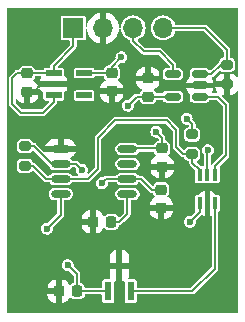
<source format=gbr>
G04 #@! TF.GenerationSoftware,KiCad,Pcbnew,8.0.1*
G04 #@! TF.CreationDate,2025-02-25T23:30:01-07:00*
G04 #@! TF.ProjectId,Temperature_Flex,54656d70-6572-4617-9475-72655f466c65,rev?*
G04 #@! TF.SameCoordinates,Original*
G04 #@! TF.FileFunction,Copper,L1,Top*
G04 #@! TF.FilePolarity,Positive*
%FSLAX46Y46*%
G04 Gerber Fmt 4.6, Leading zero omitted, Abs format (unit mm)*
G04 Created by KiCad (PCBNEW 8.0.1) date 2025-02-25 23:30:01*
%MOMM*%
%LPD*%
G01*
G04 APERTURE LIST*
G04 Aperture macros list*
%AMRoundRect*
0 Rectangle with rounded corners*
0 $1 Rounding radius*
0 $2 $3 $4 $5 $6 $7 $8 $9 X,Y pos of 4 corners*
0 Add a 4 corners polygon primitive as box body*
4,1,4,$2,$3,$4,$5,$6,$7,$8,$9,$2,$3,0*
0 Add four circle primitives for the rounded corners*
1,1,$1+$1,$2,$3*
1,1,$1+$1,$4,$5*
1,1,$1+$1,$6,$7*
1,1,$1+$1,$8,$9*
0 Add four rect primitives between the rounded corners*
20,1,$1+$1,$2,$3,$4,$5,0*
20,1,$1+$1,$4,$5,$6,$7,0*
20,1,$1+$1,$6,$7,$8,$9,0*
20,1,$1+$1,$8,$9,$2,$3,0*%
G04 Aperture macros list end*
G04 #@! TA.AperFunction,SMDPad,CuDef*
%ADD10R,0.449999X1.050000*%
G04 #@! TD*
G04 #@! TA.AperFunction,SMDPad,CuDef*
%ADD11RoundRect,0.225000X-0.250000X0.225000X-0.250000X-0.225000X0.250000X-0.225000X0.250000X0.225000X0*%
G04 #@! TD*
G04 #@! TA.AperFunction,SMDPad,CuDef*
%ADD12R,0.609600X1.625600*%
G04 #@! TD*
G04 #@! TA.AperFunction,SMDPad,CuDef*
%ADD13RoundRect,0.200000X-0.275000X0.200000X-0.275000X-0.200000X0.275000X-0.200000X0.275000X0.200000X0*%
G04 #@! TD*
G04 #@! TA.AperFunction,SMDPad,CuDef*
%ADD14RoundRect,0.225000X-0.225000X-0.250000X0.225000X-0.250000X0.225000X0.250000X-0.225000X0.250000X0*%
G04 #@! TD*
G04 #@! TA.AperFunction,SMDPad,CuDef*
%ADD15O,1.649999X0.650001*%
G04 #@! TD*
G04 #@! TA.AperFunction,SMDPad,CuDef*
%ADD16RoundRect,0.200000X0.275000X-0.200000X0.275000X0.200000X-0.275000X0.200000X-0.275000X-0.200000X0*%
G04 #@! TD*
G04 #@! TA.AperFunction,SMDPad,CuDef*
%ADD17R,1.320800X0.508000*%
G04 #@! TD*
G04 #@! TA.AperFunction,SMDPad,CuDef*
%ADD18RoundRect,0.225000X0.250000X-0.225000X0.250000X0.225000X-0.250000X0.225000X-0.250000X-0.225000X0*%
G04 #@! TD*
G04 #@! TA.AperFunction,ComponentPad*
%ADD19R,1.700000X1.700000*%
G04 #@! TD*
G04 #@! TA.AperFunction,ComponentPad*
%ADD20O,1.700000X1.700000*%
G04 #@! TD*
G04 #@! TA.AperFunction,SMDPad,CuDef*
%ADD21RoundRect,0.150000X0.512500X0.150000X-0.512500X0.150000X-0.512500X-0.150000X0.512500X-0.150000X0*%
G04 #@! TD*
G04 #@! TA.AperFunction,ViaPad*
%ADD22C,0.600000*%
G04 #@! TD*
G04 #@! TA.AperFunction,Conductor*
%ADD23C,0.152400*%
G04 #@! TD*
G04 APERTURE END LIST*
D10*
X198080000Y-67120001D03*
X198730001Y-67120001D03*
X199380000Y-67120001D03*
X199380000Y-64670001D03*
X198730001Y-64670001D03*
X198080000Y-64670001D03*
D11*
X190640000Y-56080000D03*
X190640000Y-57630000D03*
D12*
X190340040Y-74540000D03*
X192239960Y-74540000D03*
X191290000Y-72406400D03*
D13*
X183280000Y-62270000D03*
X183280000Y-63920000D03*
D14*
X186150000Y-74550000D03*
X187700000Y-74550000D03*
D15*
X186320000Y-62490000D03*
X186320000Y-63760000D03*
X186320000Y-65030000D03*
X186320000Y-66300000D03*
X191969999Y-66300000D03*
X191969999Y-65030000D03*
X191969999Y-63760000D03*
X191969999Y-62490000D03*
D16*
X200400000Y-57020000D03*
X200400000Y-55370000D03*
D13*
X197460000Y-61280000D03*
X197460000Y-62930000D03*
D17*
X185720000Y-56070000D03*
X185720000Y-57020001D03*
X185720000Y-57970002D03*
X188310800Y-57970002D03*
X188310800Y-56070000D03*
D18*
X194830000Y-67490000D03*
X194830000Y-65940000D03*
D11*
X193700000Y-56540000D03*
X193700000Y-58090000D03*
D19*
X187380000Y-52260000D03*
D20*
X189920000Y-52260000D03*
X192460000Y-52260000D03*
X195000000Y-52260000D03*
D21*
X198095000Y-58080000D03*
X198095000Y-57130000D03*
X198095000Y-56180000D03*
X195820000Y-56180000D03*
X195820000Y-58080000D03*
D11*
X194910000Y-62460000D03*
X194910000Y-64010000D03*
D14*
X189050000Y-68680000D03*
X190600000Y-68680000D03*
D11*
X183460000Y-56110000D03*
X183460000Y-57660000D03*
D22*
X197280000Y-68670000D03*
X185150000Y-69250000D03*
X196980000Y-59940000D03*
X194410000Y-61040000D03*
X198780000Y-62600000D03*
X186900000Y-72330000D03*
X192000000Y-58840000D03*
X191460000Y-54740000D03*
X188130000Y-64280000D03*
X189800000Y-65410000D03*
D23*
X182220000Y-56480000D02*
X182590000Y-56110000D01*
X182590000Y-56110000D02*
X183460000Y-56110000D01*
X182930000Y-59440000D02*
X182220000Y-58730000D01*
X182220000Y-58730000D02*
X182220000Y-56480000D01*
X185720000Y-58560000D02*
X184840000Y-59440000D01*
X184840000Y-59440000D02*
X182930000Y-59440000D01*
X185720000Y-57970002D02*
X185720000Y-58560000D01*
X193380000Y-54250000D02*
X192460000Y-53330000D01*
X192460000Y-53330000D02*
X192460000Y-52260000D01*
X194710000Y-54250000D02*
X193380000Y-54250000D01*
X195820000Y-55360000D02*
X194710000Y-54250000D01*
X195820000Y-56180000D02*
X195820000Y-55360000D01*
X192790000Y-52260000D02*
X192460000Y-52260000D01*
X198520000Y-52260000D02*
X195000000Y-52260000D01*
X200400000Y-54140000D02*
X198520000Y-52260000D01*
X200400000Y-55370000D02*
X200400000Y-54140000D01*
X199860000Y-55370000D02*
X200400000Y-55370000D01*
X199050000Y-56180000D02*
X199860000Y-55370000D01*
X198095000Y-56180000D02*
X199050000Y-56180000D01*
X183460000Y-57660000D02*
X184040000Y-57660000D01*
X184040000Y-57660000D02*
X184679999Y-57020001D01*
X184679999Y-57020001D02*
X185720000Y-57020001D01*
X185720000Y-56070000D02*
X185620000Y-56070000D01*
X185720000Y-56070000D02*
X185720000Y-55460000D01*
X185620000Y-56070000D02*
X185610000Y-56080000D01*
X186319198Y-55910000D02*
X186329200Y-55899998D01*
X185720000Y-55460000D02*
X187380000Y-53800000D01*
X183500000Y-56070000D02*
X183460000Y-56110000D01*
X185720000Y-56070000D02*
X183500000Y-56070000D01*
X187380000Y-53800000D02*
X187380000Y-52260000D01*
X197460000Y-61280000D02*
X197460000Y-60420000D01*
X186320000Y-68080000D02*
X185150000Y-69250000D01*
X188310800Y-56070000D02*
X190630000Y-56070000D01*
X193700000Y-58090000D02*
X192750000Y-58090000D01*
X186900000Y-72330000D02*
X187700000Y-73130000D01*
X192750000Y-58090000D02*
X192000000Y-58840000D01*
X198080000Y-67870000D02*
X198080000Y-67020001D01*
X190640000Y-55560000D02*
X191460000Y-54740000D01*
X195820000Y-58080000D02*
X193710000Y-58080000D01*
X186290000Y-66330000D02*
X186320000Y-66300000D01*
X191999999Y-62460000D02*
X191969999Y-62490000D01*
X194910000Y-61540000D02*
X194410000Y-61040000D01*
X195820000Y-58080000D02*
X195740000Y-58080000D01*
X187710000Y-74540000D02*
X187700000Y-74550000D01*
X195740000Y-58080000D02*
X195510000Y-57850000D01*
X192019999Y-62440000D02*
X191969999Y-62490000D01*
X190340040Y-74540000D02*
X187710000Y-74540000D01*
X197280000Y-68670000D02*
X198080000Y-67870000D01*
X198730001Y-64770000D02*
X198730001Y-62649999D01*
X194910000Y-62460000D02*
X191999999Y-62460000D01*
X186320000Y-66300000D02*
X186320000Y-68080000D01*
X198730001Y-62649999D02*
X198780000Y-62600000D01*
X197460000Y-60420000D02*
X196980000Y-59940000D01*
X190630000Y-56070000D02*
X190640000Y-56080000D01*
X193710000Y-58080000D02*
X193700000Y-58090000D01*
X187700000Y-73130000D02*
X187700000Y-74550000D01*
X194910000Y-62460000D02*
X194910000Y-61540000D01*
X190640000Y-56080000D02*
X190640000Y-55560000D01*
X190600000Y-68680000D02*
X191280000Y-68680000D01*
X191280000Y-68680000D02*
X191969999Y-67990001D01*
X191969999Y-67990001D02*
X191969999Y-66300000D01*
X185540000Y-63760000D02*
X186320000Y-63760000D01*
X194020000Y-65940000D02*
X193110000Y-65030000D01*
X193110000Y-65030000D02*
X191969999Y-65030000D01*
X187610000Y-63760000D02*
X186320000Y-63760000D01*
X188130000Y-64280000D02*
X187610000Y-63760000D01*
X194830000Y-65940000D02*
X194020000Y-65940000D01*
X191969999Y-65030000D02*
X190180000Y-65030000D01*
X184050000Y-62270000D02*
X185540000Y-63760000D01*
X190180000Y-65030000D02*
X189800000Y-65410000D01*
X183280000Y-62270000D02*
X184050000Y-62270000D01*
X185050000Y-65030000D02*
X183940000Y-63920000D01*
X190940000Y-60090000D02*
X189490000Y-61540000D01*
X189490000Y-64180000D02*
X188640000Y-65030000D01*
X197460000Y-62930000D02*
X196680000Y-62930000D01*
X196680000Y-62930000D02*
X196100000Y-62350000D01*
X196100000Y-62350000D02*
X196100000Y-60890000D01*
X188640000Y-65030000D02*
X186320000Y-65030000D01*
X183940000Y-63920000D02*
X183280000Y-63920000D01*
X198080000Y-64770000D02*
X198080000Y-64280000D01*
X196100000Y-60890000D02*
X195300000Y-60090000D01*
X195300000Y-60090000D02*
X190940000Y-60090000D01*
X186320000Y-65030000D02*
X185050000Y-65030000D01*
X198080000Y-64280000D02*
X197460000Y-63660000D01*
X197460000Y-63660000D02*
X197460000Y-62930000D01*
X189490000Y-61540000D02*
X189490000Y-64180000D01*
X199380000Y-72630000D02*
X199380000Y-67020001D01*
X192239960Y-74540000D02*
X197470000Y-74540000D01*
X197470000Y-74540000D02*
X199380000Y-72630000D01*
X199380000Y-63960000D02*
X200330000Y-63010000D01*
X200330000Y-63010000D02*
X200330000Y-58760000D01*
X200330000Y-58760000D02*
X199650000Y-58080000D01*
X199650000Y-58080000D02*
X198095000Y-58080000D01*
X199380000Y-64770000D02*
X199380000Y-63960000D01*
G04 #@! TA.AperFunction,Conductor*
G36*
X184561325Y-57387973D02*
G01*
X184578333Y-57414439D01*
X184616245Y-57516088D01*
X184616246Y-57516089D01*
X184702411Y-57631189D01*
X184817508Y-57717352D01*
X184820558Y-57719017D01*
X184856100Y-57763114D01*
X184859100Y-57783969D01*
X184859100Y-58243750D01*
X184862981Y-58263260D01*
X184870733Y-58302234D01*
X184881391Y-58318184D01*
X184915048Y-58368554D01*
X184959160Y-58398029D01*
X184981367Y-58412868D01*
X184981368Y-58412868D01*
X184981369Y-58412869D01*
X185039852Y-58424502D01*
X185285533Y-58424502D01*
X185337859Y-58446176D01*
X185359533Y-58498502D01*
X185337859Y-58550828D01*
X184747061Y-59141626D01*
X184694735Y-59163300D01*
X183075265Y-59163300D01*
X183022939Y-59141626D01*
X182518374Y-58637061D01*
X182496700Y-58584735D01*
X182496700Y-58370510D01*
X182518374Y-58318184D01*
X182570700Y-58296510D01*
X182623026Y-58318184D01*
X182633683Y-58331662D01*
X182637426Y-58337731D01*
X182757268Y-58457573D01*
X182901517Y-58546547D01*
X183062391Y-58599855D01*
X183161689Y-58609999D01*
X183209999Y-58609998D01*
X183210000Y-58609998D01*
X183210000Y-57910000D01*
X183710000Y-57910000D01*
X183710000Y-58609999D01*
X183758307Y-58609999D01*
X183758312Y-58609998D01*
X183857608Y-58599855D01*
X184018482Y-58546547D01*
X184162731Y-58457573D01*
X184282573Y-58337731D01*
X184371547Y-58193482D01*
X184424855Y-58032608D01*
X184434999Y-57933311D01*
X184435000Y-57933309D01*
X184435000Y-57910000D01*
X183710000Y-57910000D01*
X183210000Y-57910000D01*
X183210000Y-57484000D01*
X183231674Y-57431674D01*
X183284000Y-57410000D01*
X184434999Y-57410000D01*
X184456423Y-57388575D01*
X184456673Y-57387973D01*
X184508999Y-57366299D01*
X184561325Y-57387973D01*
G37*
G04 #@! TD.AperFunction*
G04 #@! TA.AperFunction,Conductor*
G36*
X201347826Y-50592174D02*
G01*
X201369500Y-50644500D01*
X201369500Y-56350312D01*
X201347826Y-56402638D01*
X201295500Y-56424312D01*
X201243174Y-56402638D01*
X201232172Y-56388595D01*
X201230074Y-56385125D01*
X201109874Y-56264925D01*
X200964393Y-56176979D01*
X200802109Y-56126410D01*
X200802099Y-56126408D01*
X200731582Y-56120000D01*
X200650000Y-56120000D01*
X200650000Y-57919999D01*
X200731571Y-57919999D01*
X200731583Y-57919998D01*
X200802102Y-57913591D01*
X200802106Y-57913590D01*
X200964393Y-57863020D01*
X201109874Y-57775074D01*
X201230075Y-57654873D01*
X201232170Y-57651408D01*
X201277786Y-57617838D01*
X201333779Y-57626357D01*
X201367349Y-57671973D01*
X201369500Y-57689687D01*
X201369500Y-76355500D01*
X201347826Y-76407826D01*
X201295500Y-76429500D01*
X181824500Y-76429500D01*
X181772174Y-76407826D01*
X181750500Y-76355500D01*
X181750500Y-74800000D01*
X185200001Y-74800000D01*
X185200001Y-74848312D01*
X185210144Y-74947608D01*
X185263452Y-75108482D01*
X185352426Y-75252731D01*
X185472268Y-75372573D01*
X185616517Y-75461547D01*
X185777391Y-75514855D01*
X185876689Y-75524999D01*
X185900000Y-75524999D01*
X185900000Y-74800000D01*
X185200001Y-74800000D01*
X181750500Y-74800000D01*
X181750500Y-74300000D01*
X185200000Y-74300000D01*
X185900000Y-74300000D01*
X185900000Y-73575000D01*
X185876693Y-73575000D01*
X185876686Y-73575001D01*
X185777391Y-73585144D01*
X185616517Y-73638452D01*
X185472268Y-73727426D01*
X185352426Y-73847268D01*
X185263452Y-73991517D01*
X185210144Y-74152391D01*
X185200000Y-74251688D01*
X185200000Y-74300000D01*
X181750500Y-74300000D01*
X181750500Y-72330000D01*
X186394353Y-72330000D01*
X186414834Y-72472454D01*
X186414834Y-72472455D01*
X186414835Y-72472457D01*
X186434441Y-72515387D01*
X186474623Y-72603373D01*
X186568868Y-72712139D01*
X186568869Y-72712140D01*
X186568872Y-72712143D01*
X186689947Y-72789953D01*
X186796403Y-72821211D01*
X186828035Y-72830499D01*
X186828037Y-72830500D01*
X186977254Y-72830500D01*
X186977254Y-72833512D01*
X187022662Y-72845055D01*
X187030699Y-72852012D01*
X187401626Y-73222939D01*
X187423300Y-73275265D01*
X187423300Y-73814182D01*
X187401626Y-73866508D01*
X187360877Y-73887271D01*
X187341877Y-73890280D01*
X187341871Y-73890282D01*
X187221780Y-73951471D01*
X187157448Y-74015803D01*
X187105121Y-74037477D01*
X187052796Y-74015803D01*
X187038056Y-73994751D01*
X187036550Y-73991522D01*
X186947573Y-73847268D01*
X186827731Y-73727426D01*
X186683482Y-73638452D01*
X186522608Y-73585144D01*
X186423311Y-73575000D01*
X186400000Y-73575000D01*
X186400000Y-75524999D01*
X186423307Y-75524999D01*
X186423312Y-75524998D01*
X186522608Y-75514855D01*
X186683482Y-75461547D01*
X186827731Y-75372573D01*
X186947573Y-75252731D01*
X187036546Y-75108483D01*
X187038054Y-75105251D01*
X187079810Y-75066986D01*
X187136393Y-75069454D01*
X187157448Y-75084196D01*
X187221780Y-75148528D01*
X187341874Y-75209719D01*
X187441511Y-75225500D01*
X187441512Y-75225500D01*
X187958489Y-75225500D01*
X188008307Y-75217609D01*
X188058126Y-75209719D01*
X188178220Y-75148528D01*
X188273528Y-75053220D01*
X188334719Y-74933126D01*
X188343272Y-74879123D01*
X188372865Y-74830833D01*
X188416361Y-74816700D01*
X189760740Y-74816700D01*
X189813066Y-74838374D01*
X189834740Y-74890700D01*
X189834740Y-75372546D01*
X189846373Y-75431032D01*
X189866763Y-75461547D01*
X189890688Y-75497352D01*
X189932064Y-75524999D01*
X189957007Y-75541666D01*
X189957008Y-75541666D01*
X189957009Y-75541667D01*
X190015492Y-75553300D01*
X190015494Y-75553300D01*
X190664586Y-75553300D01*
X190664588Y-75553300D01*
X190723071Y-75541667D01*
X190789392Y-75497352D01*
X190833707Y-75431031D01*
X190845340Y-75372548D01*
X190845340Y-73791687D01*
X190867014Y-73739361D01*
X190919340Y-73717687D01*
X190927256Y-73718112D01*
X190937367Y-73719199D01*
X190937369Y-73719200D01*
X191040000Y-73719200D01*
X191540000Y-73719200D01*
X191642631Y-73719200D01*
X191642632Y-73719199D01*
X191652744Y-73718112D01*
X191707088Y-73734064D01*
X191734235Y-73783771D01*
X191734660Y-73791687D01*
X191734660Y-75372546D01*
X191746293Y-75431032D01*
X191766683Y-75461547D01*
X191790608Y-75497352D01*
X191831984Y-75524999D01*
X191856927Y-75541666D01*
X191856928Y-75541666D01*
X191856929Y-75541667D01*
X191915412Y-75553300D01*
X191915414Y-75553300D01*
X192564506Y-75553300D01*
X192564508Y-75553300D01*
X192622991Y-75541667D01*
X192689312Y-75497352D01*
X192733627Y-75431031D01*
X192745260Y-75372548D01*
X192745260Y-74890700D01*
X192766934Y-74838374D01*
X192819260Y-74816700D01*
X197506427Y-74816700D01*
X197506428Y-74816700D01*
X197576803Y-74797844D01*
X197639898Y-74761415D01*
X199601415Y-72799898D01*
X199637844Y-72736803D01*
X199656700Y-72666428D01*
X199656700Y-72593572D01*
X199656700Y-67891149D01*
X199678374Y-67838823D01*
X199689587Y-67829621D01*
X199714373Y-67813059D01*
X199749552Y-67789553D01*
X199793867Y-67723232D01*
X199805500Y-67664749D01*
X199805500Y-66575253D01*
X199793867Y-66516770D01*
X199784556Y-66502836D01*
X199771002Y-66482551D01*
X199749552Y-66450449D01*
X199701319Y-66418220D01*
X199683232Y-66406134D01*
X199683233Y-66406134D01*
X199653989Y-66400317D01*
X199624748Y-66394501D01*
X199464970Y-66394501D01*
X199412644Y-66372827D01*
X199400022Y-66355966D01*
X199398354Y-66352913D01*
X199312189Y-66237812D01*
X199197089Y-66151647D01*
X199197088Y-66151646D01*
X199062381Y-66101404D01*
X199062376Y-66101403D01*
X199002830Y-66095001D01*
X198955000Y-66095001D01*
X198955000Y-66566537D01*
X198954644Y-66573784D01*
X198954500Y-66575247D01*
X198954500Y-67664752D01*
X198954643Y-67666204D01*
X198955000Y-67673460D01*
X198955000Y-68145001D01*
X199002827Y-68145001D01*
X199021387Y-68143005D01*
X199075731Y-68158960D01*
X199102876Y-68208668D01*
X199103300Y-68216581D01*
X199103300Y-72484735D01*
X199081626Y-72537061D01*
X197377061Y-74241626D01*
X197324735Y-74263300D01*
X192819260Y-74263300D01*
X192766934Y-74241626D01*
X192745260Y-74189300D01*
X192745260Y-73707453D01*
X192745260Y-73707452D01*
X192733627Y-73648969D01*
X192689312Y-73582648D01*
X192667103Y-73567808D01*
X192622992Y-73538333D01*
X192622993Y-73538333D01*
X192593749Y-73532516D01*
X192564508Y-73526700D01*
X192120336Y-73526700D01*
X192068010Y-73505026D01*
X192046336Y-73452700D01*
X192051002Y-73426840D01*
X192088396Y-73326580D01*
X192088397Y-73326575D01*
X192094800Y-73267028D01*
X192094800Y-72656400D01*
X191540000Y-72656400D01*
X191540000Y-73719200D01*
X191040000Y-73719200D01*
X191040000Y-72656400D01*
X190485200Y-72656400D01*
X190485200Y-73267028D01*
X190491602Y-73326575D01*
X190491603Y-73326580D01*
X190528998Y-73426840D01*
X190526977Y-73483441D01*
X190485524Y-73522034D01*
X190459664Y-73526700D01*
X190015492Y-73526700D01*
X189986250Y-73532516D01*
X189957007Y-73538333D01*
X189890689Y-73582647D01*
X189890687Y-73582649D01*
X189846373Y-73648967D01*
X189834740Y-73707453D01*
X189834740Y-74189300D01*
X189813066Y-74241626D01*
X189760740Y-74263300D01*
X188413193Y-74263300D01*
X188360867Y-74241626D01*
X188340104Y-74200875D01*
X188334719Y-74166873D01*
X188334718Y-74166872D01*
X188333552Y-74164584D01*
X188273528Y-74046780D01*
X188178220Y-73951472D01*
X188178219Y-73951471D01*
X188058128Y-73890282D01*
X188058127Y-73890281D01*
X188058126Y-73890281D01*
X188058124Y-73890280D01*
X188058122Y-73890280D01*
X188039123Y-73887271D01*
X187990832Y-73857678D01*
X187976700Y-73814182D01*
X187976700Y-73093573D01*
X187957844Y-73023198D01*
X187957844Y-73023197D01*
X187957843Y-73023194D01*
X187939629Y-72991649D01*
X187921415Y-72960102D01*
X187417466Y-72456153D01*
X187395792Y-72403827D01*
X187396543Y-72393310D01*
X187405647Y-72330000D01*
X187385165Y-72187543D01*
X187370942Y-72156400D01*
X190485200Y-72156400D01*
X191040000Y-72156400D01*
X191040000Y-71093600D01*
X191540000Y-71093600D01*
X191540000Y-72156400D01*
X192094800Y-72156400D01*
X192094800Y-71545771D01*
X192088397Y-71486224D01*
X192088396Y-71486219D01*
X192038154Y-71351512D01*
X192038153Y-71351511D01*
X191951988Y-71236411D01*
X191836888Y-71150246D01*
X191836887Y-71150245D01*
X191702180Y-71100003D01*
X191702175Y-71100002D01*
X191642629Y-71093600D01*
X191540000Y-71093600D01*
X191040000Y-71093600D01*
X190937371Y-71093600D01*
X190877824Y-71100002D01*
X190877819Y-71100003D01*
X190743112Y-71150245D01*
X190743111Y-71150246D01*
X190628011Y-71236411D01*
X190541846Y-71351511D01*
X190541845Y-71351512D01*
X190491603Y-71486219D01*
X190491602Y-71486224D01*
X190485200Y-71545771D01*
X190485200Y-72156400D01*
X187370942Y-72156400D01*
X187325377Y-72056627D01*
X187231128Y-71947857D01*
X187174182Y-71911260D01*
X187110054Y-71870047D01*
X187110050Y-71870046D01*
X186971964Y-71829500D01*
X186971961Y-71829500D01*
X186828039Y-71829500D01*
X186828036Y-71829500D01*
X186689949Y-71870046D01*
X186689945Y-71870047D01*
X186568875Y-71947855D01*
X186568868Y-71947860D01*
X186474623Y-72056626D01*
X186414834Y-72187545D01*
X186394353Y-72330000D01*
X181750500Y-72330000D01*
X181750500Y-69250000D01*
X184644353Y-69250000D01*
X184664834Y-69392454D01*
X184724623Y-69523373D01*
X184818868Y-69632139D01*
X184818869Y-69632140D01*
X184818872Y-69632143D01*
X184939947Y-69709953D01*
X185046403Y-69741211D01*
X185078035Y-69750499D01*
X185078037Y-69750500D01*
X185078039Y-69750500D01*
X185221963Y-69750500D01*
X185221964Y-69750499D01*
X185360053Y-69709953D01*
X185481128Y-69632143D01*
X185575377Y-69523373D01*
X185635165Y-69392457D01*
X185655647Y-69250000D01*
X185646545Y-69186700D01*
X185660551Y-69131825D01*
X185667459Y-69123852D01*
X185861312Y-68930000D01*
X188100001Y-68930000D01*
X188100001Y-68978312D01*
X188110144Y-69077608D01*
X188163452Y-69238482D01*
X188252426Y-69382731D01*
X188372268Y-69502573D01*
X188516517Y-69591547D01*
X188677391Y-69644855D01*
X188776689Y-69654999D01*
X188800000Y-69654999D01*
X189300000Y-69654999D01*
X189323307Y-69654999D01*
X189323312Y-69654998D01*
X189422608Y-69644855D01*
X189583482Y-69591547D01*
X189727731Y-69502573D01*
X189847573Y-69382731D01*
X189936546Y-69238483D01*
X189938054Y-69235251D01*
X189979810Y-69196986D01*
X190036393Y-69199454D01*
X190057448Y-69214196D01*
X190121780Y-69278528D01*
X190241874Y-69339719D01*
X190341511Y-69355500D01*
X190341512Y-69355500D01*
X190858489Y-69355500D01*
X190908307Y-69347609D01*
X190958126Y-69339719D01*
X191078220Y-69278528D01*
X191173528Y-69183220D01*
X191234719Y-69063126D01*
X191241688Y-69019123D01*
X191271281Y-68970833D01*
X191311669Y-68957709D01*
X191311620Y-68957333D01*
X191313652Y-68957065D01*
X191314777Y-68956700D01*
X191316427Y-68956700D01*
X191316428Y-68956700D01*
X191386803Y-68937844D01*
X191449898Y-68901415D01*
X191681313Y-68670000D01*
X196774353Y-68670000D01*
X196794834Y-68812454D01*
X196854623Y-68943373D01*
X196948868Y-69052139D01*
X196948869Y-69052140D01*
X196948872Y-69052143D01*
X197035076Y-69107543D01*
X197060442Y-69123845D01*
X197069947Y-69129953D01*
X197176403Y-69161211D01*
X197208035Y-69170499D01*
X197208037Y-69170500D01*
X197208039Y-69170500D01*
X197351963Y-69170500D01*
X197351964Y-69170499D01*
X197490053Y-69129953D01*
X197611128Y-69052143D01*
X197705377Y-68943373D01*
X197765165Y-68812457D01*
X197785647Y-68670000D01*
X197776545Y-68606700D01*
X197790551Y-68551825D01*
X197797459Y-68543852D01*
X198222037Y-68119274D01*
X198274359Y-68097603D01*
X198300219Y-68102269D01*
X198397620Y-68138597D01*
X198397625Y-68138598D01*
X198457172Y-68145001D01*
X198505002Y-68145001D01*
X198505002Y-67673440D01*
X198505359Y-67666185D01*
X198505500Y-67664753D01*
X198505500Y-66575247D01*
X198505358Y-66573804D01*
X198505002Y-66566557D01*
X198505002Y-66095001D01*
X198457172Y-66095001D01*
X198397625Y-66101403D01*
X198397620Y-66101404D01*
X198262913Y-66151646D01*
X198262912Y-66151647D01*
X198147812Y-66237812D01*
X198061647Y-66352913D01*
X198059980Y-66355966D01*
X198015880Y-66391504D01*
X197995032Y-66394501D01*
X197835252Y-66394501D01*
X197806010Y-66400317D01*
X197776767Y-66406134D01*
X197710449Y-66450448D01*
X197710447Y-66450450D01*
X197666133Y-66516768D01*
X197666133Y-66516770D01*
X197654500Y-66575253D01*
X197654500Y-67664749D01*
X197656229Y-67673440D01*
X197666133Y-67723233D01*
X197700213Y-67774237D01*
X197711262Y-67829786D01*
X197691010Y-67867675D01*
X197410699Y-68147986D01*
X197358373Y-68169660D01*
X197356122Y-68169500D01*
X197351961Y-68169500D01*
X197208039Y-68169500D01*
X197208036Y-68169500D01*
X197069949Y-68210046D01*
X197069945Y-68210047D01*
X196948875Y-68287855D01*
X196948868Y-68287860D01*
X196854623Y-68396626D01*
X196794834Y-68527545D01*
X196774353Y-68670000D01*
X191681313Y-68670000D01*
X192191414Y-68159899D01*
X192227843Y-68096804D01*
X192246699Y-68026429D01*
X192246699Y-67953573D01*
X192246699Y-67740000D01*
X193855001Y-67740000D01*
X193855001Y-67763312D01*
X193865144Y-67862608D01*
X193918452Y-68023482D01*
X194007426Y-68167731D01*
X194127268Y-68287573D01*
X194271517Y-68376547D01*
X194432391Y-68429855D01*
X194531689Y-68439999D01*
X194531690Y-68439999D01*
X194579999Y-68439998D01*
X194580000Y-68439998D01*
X194580000Y-67740000D01*
X195080000Y-67740000D01*
X195080000Y-68439999D01*
X195128307Y-68439999D01*
X195128312Y-68439998D01*
X195227608Y-68429855D01*
X195388482Y-68376547D01*
X195532731Y-68287573D01*
X195652573Y-68167731D01*
X195741547Y-68023482D01*
X195794855Y-67862608D01*
X195804999Y-67763311D01*
X195805000Y-67763309D01*
X195805000Y-67740000D01*
X195080000Y-67740000D01*
X194580000Y-67740000D01*
X193855001Y-67740000D01*
X192246699Y-67740000D01*
X192246699Y-66899500D01*
X192268373Y-66847174D01*
X192320699Y-66825500D01*
X192539183Y-66825500D01*
X192539183Y-66825499D01*
X192672834Y-66789688D01*
X192792663Y-66720505D01*
X192890503Y-66622665D01*
X192959686Y-66502836D01*
X192995497Y-66369185D01*
X192995498Y-66369185D01*
X192995498Y-66230815D01*
X192995497Y-66230814D01*
X192986835Y-66198488D01*
X192959686Y-66097164D01*
X192890503Y-65977335D01*
X192792663Y-65879495D01*
X192672834Y-65810312D01*
X192672829Y-65810310D01*
X192539183Y-65774500D01*
X192539181Y-65774500D01*
X191400817Y-65774500D01*
X191400815Y-65774500D01*
X191267168Y-65810310D01*
X191267163Y-65810312D01*
X191147334Y-65879495D01*
X191049495Y-65977334D01*
X190980312Y-66097163D01*
X190980310Y-66097168D01*
X190944500Y-66230814D01*
X190944500Y-66369185D01*
X190980310Y-66502831D01*
X190980312Y-66502836D01*
X191049495Y-66622665D01*
X191147335Y-66720505D01*
X191267164Y-66789688D01*
X191400814Y-66825499D01*
X191400815Y-66825500D01*
X191400817Y-66825500D01*
X191619299Y-66825500D01*
X191671625Y-66847174D01*
X191693299Y-66899500D01*
X191693299Y-67844735D01*
X191671625Y-67897061D01*
X191319259Y-68249426D01*
X191266933Y-68271100D01*
X191214607Y-68249426D01*
X191200999Y-68230695D01*
X191173528Y-68176780D01*
X191078220Y-68081472D01*
X191078219Y-68081471D01*
X190958126Y-68020281D01*
X190958125Y-68020280D01*
X190858489Y-68004500D01*
X190858488Y-68004500D01*
X190341512Y-68004500D01*
X190341511Y-68004500D01*
X190241874Y-68020280D01*
X190241873Y-68020281D01*
X190121780Y-68081471D01*
X190057448Y-68145803D01*
X190005121Y-68167477D01*
X189952796Y-68145803D01*
X189938056Y-68124751D01*
X189936550Y-68121522D01*
X189847573Y-67977268D01*
X189727731Y-67857426D01*
X189583482Y-67768452D01*
X189422608Y-67715144D01*
X189323311Y-67705000D01*
X189300000Y-67705000D01*
X189300000Y-69654999D01*
X188800000Y-69654999D01*
X188800000Y-68930000D01*
X188100001Y-68930000D01*
X185861312Y-68930000D01*
X186361313Y-68430000D01*
X188100000Y-68430000D01*
X188800000Y-68430000D01*
X188800000Y-67705000D01*
X188776693Y-67705000D01*
X188776686Y-67705001D01*
X188677391Y-67715144D01*
X188516517Y-67768452D01*
X188372268Y-67857426D01*
X188252426Y-67977268D01*
X188163452Y-68121517D01*
X188110144Y-68282391D01*
X188100000Y-68381688D01*
X188100000Y-68430000D01*
X186361313Y-68430000D01*
X186541415Y-68249898D01*
X186577844Y-68186803D01*
X186596700Y-68116428D01*
X186596700Y-68043572D01*
X186596700Y-66899500D01*
X186618374Y-66847174D01*
X186670700Y-66825500D01*
X186889184Y-66825500D01*
X186889184Y-66825499D01*
X187022835Y-66789688D01*
X187142664Y-66720505D01*
X187240504Y-66622665D01*
X187309687Y-66502836D01*
X187345498Y-66369185D01*
X187345499Y-66369185D01*
X187345499Y-66230815D01*
X187345498Y-66230814D01*
X187336836Y-66198488D01*
X187309687Y-66097164D01*
X187240504Y-65977335D01*
X187142664Y-65879495D01*
X187022835Y-65810312D01*
X187022830Y-65810310D01*
X186889184Y-65774500D01*
X186889182Y-65774500D01*
X185750818Y-65774500D01*
X185750816Y-65774500D01*
X185617169Y-65810310D01*
X185617164Y-65810312D01*
X185497335Y-65879495D01*
X185399496Y-65977334D01*
X185330313Y-66097163D01*
X185330311Y-66097168D01*
X185294501Y-66230814D01*
X185294501Y-66369185D01*
X185330311Y-66502831D01*
X185330313Y-66502836D01*
X185399496Y-66622665D01*
X185497336Y-66720505D01*
X185617165Y-66789688D01*
X185750815Y-66825499D01*
X185750816Y-66825500D01*
X185750818Y-66825500D01*
X185969300Y-66825500D01*
X186021626Y-66847174D01*
X186043300Y-66899500D01*
X186043300Y-67934734D01*
X186021626Y-67987060D01*
X185280699Y-68727986D01*
X185228373Y-68749660D01*
X185226122Y-68749500D01*
X185221961Y-68749500D01*
X185078039Y-68749500D01*
X185078036Y-68749500D01*
X184939949Y-68790046D01*
X184939945Y-68790047D01*
X184818875Y-68867855D01*
X184818868Y-68867860D01*
X184724623Y-68976626D01*
X184664834Y-69107545D01*
X184644353Y-69250000D01*
X181750500Y-69250000D01*
X181750500Y-64151519D01*
X182604500Y-64151519D01*
X182619353Y-64245304D01*
X182619354Y-64245306D01*
X182676950Y-64358342D01*
X182766658Y-64448050D01*
X182879696Y-64505646D01*
X182973481Y-64520500D01*
X183586518Y-64520499D01*
X183586519Y-64520499D01*
X183680304Y-64505646D01*
X183680306Y-64505645D01*
X183705007Y-64493059D01*
X183793342Y-64448050D01*
X183882714Y-64358677D01*
X183935039Y-64337004D01*
X183987365Y-64358678D01*
X184880102Y-65251415D01*
X184943197Y-65287844D01*
X185013572Y-65306700D01*
X185330234Y-65306700D01*
X185382560Y-65328374D01*
X185394319Y-65343699D01*
X185399496Y-65352665D01*
X185497336Y-65450505D01*
X185617165Y-65519688D01*
X185750815Y-65555499D01*
X185750816Y-65555500D01*
X185750818Y-65555500D01*
X186889184Y-65555500D01*
X186889184Y-65555499D01*
X187022835Y-65519688D01*
X187142664Y-65450505D01*
X187183169Y-65410000D01*
X189294353Y-65410000D01*
X189314834Y-65552454D01*
X189314834Y-65552455D01*
X189314835Y-65552457D01*
X189330804Y-65587424D01*
X189374623Y-65683373D01*
X189468868Y-65792139D01*
X189468869Y-65792140D01*
X189468872Y-65792143D01*
X189589947Y-65869953D01*
X189696403Y-65901211D01*
X189728035Y-65910499D01*
X189728037Y-65910500D01*
X189728039Y-65910500D01*
X189871963Y-65910500D01*
X189871964Y-65910499D01*
X190010053Y-65869953D01*
X190131128Y-65792143D01*
X190225377Y-65683373D01*
X190285165Y-65552457D01*
X190305647Y-65410000D01*
X190302948Y-65391230D01*
X190316954Y-65336354D01*
X190365663Y-65307453D01*
X190376195Y-65306700D01*
X190980233Y-65306700D01*
X191032559Y-65328374D01*
X191044318Y-65343699D01*
X191049495Y-65352665D01*
X191147335Y-65450505D01*
X191267164Y-65519688D01*
X191400814Y-65555499D01*
X191400815Y-65555500D01*
X191400817Y-65555500D01*
X192539183Y-65555500D01*
X192539183Y-65555499D01*
X192672834Y-65519688D01*
X192792663Y-65450505D01*
X192890503Y-65352665D01*
X192895680Y-65343699D01*
X192940613Y-65309221D01*
X192959765Y-65306700D01*
X192964735Y-65306700D01*
X193017061Y-65328374D01*
X193798585Y-66109898D01*
X193798584Y-66109898D01*
X193840333Y-66151646D01*
X193850102Y-66161415D01*
X193913198Y-66197844D01*
X193983572Y-66216700D01*
X194094182Y-66216700D01*
X194146508Y-66238374D01*
X194167271Y-66279123D01*
X194170280Y-66298122D01*
X194170282Y-66298128D01*
X194231471Y-66418219D01*
X194295803Y-66482551D01*
X194317477Y-66534877D01*
X194295803Y-66587203D01*
X194274759Y-66601940D01*
X194271520Y-66603450D01*
X194127268Y-66692426D01*
X194007426Y-66812268D01*
X193918452Y-66956517D01*
X193865144Y-67117391D01*
X193855000Y-67216688D01*
X193855000Y-67240000D01*
X195804999Y-67240000D01*
X195804999Y-67216693D01*
X195804998Y-67216687D01*
X195794855Y-67117391D01*
X195741547Y-66956517D01*
X195652573Y-66812268D01*
X195532731Y-66692426D01*
X195388484Y-66603454D01*
X195385243Y-66601942D01*
X195346983Y-66560181D01*
X195349457Y-66503598D01*
X195364193Y-66482554D01*
X195428528Y-66418220D01*
X195489719Y-66298126D01*
X195505500Y-66198488D01*
X195505500Y-65681512D01*
X195489719Y-65581874D01*
X195428528Y-65461780D01*
X195333220Y-65366472D01*
X195333219Y-65366471D01*
X195213126Y-65305281D01*
X195213125Y-65305280D01*
X195113489Y-65289500D01*
X195113488Y-65289500D01*
X194546512Y-65289500D01*
X194546511Y-65289500D01*
X194446874Y-65305280D01*
X194446873Y-65305281D01*
X194326780Y-65366471D01*
X194231473Y-65461778D01*
X194176996Y-65568694D01*
X194133929Y-65605476D01*
X194077466Y-65601032D01*
X194058739Y-65587426D01*
X193279898Y-64808585D01*
X193254660Y-64794013D01*
X193216809Y-64772159D01*
X193216803Y-64772156D01*
X193146428Y-64753300D01*
X193146427Y-64753300D01*
X192959765Y-64753300D01*
X192907439Y-64731626D01*
X192895680Y-64716301D01*
X192890503Y-64707335D01*
X192792663Y-64609495D01*
X192672834Y-64540312D01*
X192672829Y-64540310D01*
X192539183Y-64504500D01*
X192539181Y-64504500D01*
X191400817Y-64504500D01*
X191400815Y-64504500D01*
X191267168Y-64540310D01*
X191267163Y-64540312D01*
X191147334Y-64609495D01*
X191049494Y-64707335D01*
X191044318Y-64716301D01*
X190999385Y-64750779D01*
X190980233Y-64753300D01*
X190216428Y-64753300D01*
X190143572Y-64753300D01*
X190108384Y-64762728D01*
X190073196Y-64772156D01*
X190073190Y-64772159D01*
X190010102Y-64808584D01*
X189930699Y-64887987D01*
X189878373Y-64909661D01*
X189876122Y-64909500D01*
X189871961Y-64909500D01*
X189728039Y-64909500D01*
X189728036Y-64909500D01*
X189589949Y-64950046D01*
X189589945Y-64950047D01*
X189468875Y-65027855D01*
X189468868Y-65027860D01*
X189374623Y-65136626D01*
X189314834Y-65267545D01*
X189294353Y-65410000D01*
X187183169Y-65410000D01*
X187240504Y-65352665D01*
X187245681Y-65343699D01*
X187290614Y-65309221D01*
X187309766Y-65306700D01*
X188676427Y-65306700D01*
X188676428Y-65306700D01*
X188746803Y-65287844D01*
X188809898Y-65251415D01*
X189711415Y-64349898D01*
X189747844Y-64286802D01*
X189766700Y-64216428D01*
X189766700Y-64143572D01*
X189766700Y-63829185D01*
X190944500Y-63829185D01*
X190980310Y-63962831D01*
X190980312Y-63962836D01*
X191049495Y-64082665D01*
X191147335Y-64180505D01*
X191267164Y-64249688D01*
X191400814Y-64285499D01*
X191400815Y-64285500D01*
X191400817Y-64285500D01*
X192539183Y-64285500D01*
X192539183Y-64285499D01*
X192634348Y-64260000D01*
X193935001Y-64260000D01*
X193935001Y-64283312D01*
X193945144Y-64382608D01*
X193998452Y-64543482D01*
X194087426Y-64687731D01*
X194207268Y-64807573D01*
X194351517Y-64896547D01*
X194512391Y-64949855D01*
X194611689Y-64959999D01*
X194611690Y-64959999D01*
X194659999Y-64959998D01*
X194660000Y-64959998D01*
X194660000Y-64260000D01*
X195160000Y-64260000D01*
X195160000Y-64959999D01*
X195208307Y-64959999D01*
X195208312Y-64959998D01*
X195307608Y-64949855D01*
X195468482Y-64896547D01*
X195612731Y-64807573D01*
X195732573Y-64687731D01*
X195821547Y-64543482D01*
X195874855Y-64382608D01*
X195884999Y-64283311D01*
X195885000Y-64283309D01*
X195885000Y-64260000D01*
X195160000Y-64260000D01*
X194660000Y-64260000D01*
X193935001Y-64260000D01*
X192634348Y-64260000D01*
X192672834Y-64249688D01*
X192792663Y-64180505D01*
X192890503Y-64082665D01*
X192959686Y-63962836D01*
X192995497Y-63829185D01*
X192995498Y-63829185D01*
X192995498Y-63690815D01*
X192995497Y-63690814D01*
X192981182Y-63637391D01*
X192959686Y-63557164D01*
X192890503Y-63437335D01*
X192792663Y-63339495D01*
X192672834Y-63270312D01*
X192672829Y-63270310D01*
X192539183Y-63234500D01*
X192539181Y-63234500D01*
X191400817Y-63234500D01*
X191400815Y-63234500D01*
X191267168Y-63270310D01*
X191267163Y-63270312D01*
X191147334Y-63339495D01*
X191049495Y-63437334D01*
X190980312Y-63557163D01*
X190980310Y-63557168D01*
X190944500Y-63690814D01*
X190944500Y-63829185D01*
X189766700Y-63829185D01*
X189766700Y-62559185D01*
X190944500Y-62559185D01*
X190980310Y-62692831D01*
X190980312Y-62692836D01*
X191049495Y-62812665D01*
X191147335Y-62910505D01*
X191267164Y-62979688D01*
X191400814Y-63015499D01*
X191400815Y-63015500D01*
X191400817Y-63015500D01*
X192539183Y-63015500D01*
X192539183Y-63015499D01*
X192672834Y-62979688D01*
X192792663Y-62910505D01*
X192890503Y-62812665D01*
X192912999Y-62773699D01*
X192957932Y-62739222D01*
X192977085Y-62736700D01*
X194174182Y-62736700D01*
X194226508Y-62758374D01*
X194247271Y-62799123D01*
X194250280Y-62818122D01*
X194250282Y-62818128D01*
X194311471Y-62938219D01*
X194375803Y-63002551D01*
X194397477Y-63054877D01*
X194375803Y-63107203D01*
X194354759Y-63121940D01*
X194351520Y-63123450D01*
X194207268Y-63212426D01*
X194087426Y-63332268D01*
X193998452Y-63476517D01*
X193945144Y-63637391D01*
X193935000Y-63736688D01*
X193935000Y-63760000D01*
X195884999Y-63760000D01*
X195884999Y-63736693D01*
X195884998Y-63736687D01*
X195874855Y-63637391D01*
X195821547Y-63476517D01*
X195732573Y-63332268D01*
X195612731Y-63212426D01*
X195468484Y-63123454D01*
X195465243Y-63121942D01*
X195426983Y-63080181D01*
X195429457Y-63023598D01*
X195444193Y-63002554D01*
X195508528Y-62938220D01*
X195569719Y-62818126D01*
X195585500Y-62718488D01*
X195585500Y-62201512D01*
X195569719Y-62101874D01*
X195508528Y-61981780D01*
X195413220Y-61886472D01*
X195413219Y-61886471D01*
X195293126Y-61825281D01*
X195249123Y-61818311D01*
X195200832Y-61788717D01*
X195186700Y-61745222D01*
X195186700Y-61503573D01*
X195167844Y-61433198D01*
X195167844Y-61433197D01*
X195167843Y-61433194D01*
X195149629Y-61401649D01*
X195131415Y-61370102D01*
X194927466Y-61166153D01*
X194905792Y-61113827D01*
X194906543Y-61103310D01*
X194915647Y-61040000D01*
X194895165Y-60897543D01*
X194835377Y-60766627D01*
X194764356Y-60684664D01*
X194741131Y-60657860D01*
X194741129Y-60657859D01*
X194741128Y-60657857D01*
X194669112Y-60611575D01*
X194620054Y-60580047D01*
X194620050Y-60580046D01*
X194481964Y-60539500D01*
X194481961Y-60539500D01*
X194338039Y-60539500D01*
X194338036Y-60539500D01*
X194199949Y-60580046D01*
X194199945Y-60580047D01*
X194078875Y-60657855D01*
X194078868Y-60657860D01*
X193984623Y-60766626D01*
X193924834Y-60897545D01*
X193904353Y-61040000D01*
X193924834Y-61182454D01*
X193984623Y-61313373D01*
X194078868Y-61422139D01*
X194078869Y-61422140D01*
X194078872Y-61422143D01*
X194199947Y-61499953D01*
X194306403Y-61531211D01*
X194338035Y-61540499D01*
X194338037Y-61540500D01*
X194487254Y-61540500D01*
X194487254Y-61543512D01*
X194532662Y-61555055D01*
X194540699Y-61562012D01*
X194611626Y-61632939D01*
X194633300Y-61685265D01*
X194633300Y-61745222D01*
X194611626Y-61797548D01*
X194570877Y-61818311D01*
X194526873Y-61825281D01*
X194406780Y-61886471D01*
X194311471Y-61981780D01*
X194250282Y-62101871D01*
X194250280Y-62101877D01*
X194247271Y-62120877D01*
X194217678Y-62169168D01*
X194174182Y-62183300D01*
X192937120Y-62183300D01*
X192884794Y-62161626D01*
X192792663Y-62069495D01*
X192672834Y-62000312D01*
X192672829Y-62000310D01*
X192539183Y-61964500D01*
X192539181Y-61964500D01*
X191400817Y-61964500D01*
X191400815Y-61964500D01*
X191267168Y-62000310D01*
X191267163Y-62000312D01*
X191147334Y-62069495D01*
X191049495Y-62167334D01*
X190980312Y-62287163D01*
X190980310Y-62287168D01*
X190944500Y-62420814D01*
X190944500Y-62559185D01*
X189766700Y-62559185D01*
X189766700Y-61685265D01*
X189788374Y-61632939D01*
X191032939Y-60388374D01*
X191085265Y-60366700D01*
X195154735Y-60366700D01*
X195207061Y-60388374D01*
X195801626Y-60982939D01*
X195823300Y-61035265D01*
X195823300Y-62313572D01*
X195823300Y-62386428D01*
X195842156Y-62456803D01*
X195878585Y-62519898D01*
X196510102Y-63151415D01*
X196573197Y-63187844D01*
X196643572Y-63206700D01*
X196716428Y-63206700D01*
X196729797Y-63206700D01*
X196782123Y-63228374D01*
X196795745Y-63250604D01*
X196796709Y-63250114D01*
X196832064Y-63319501D01*
X196856950Y-63368342D01*
X196946658Y-63458050D01*
X197059696Y-63515646D01*
X197120876Y-63525336D01*
X197169167Y-63554927D01*
X197183300Y-63598424D01*
X197183300Y-63623572D01*
X197183300Y-63696428D01*
X197199794Y-63757987D01*
X197202156Y-63766803D01*
X197202159Y-63766809D01*
X197224013Y-63804660D01*
X197238585Y-63829898D01*
X197632826Y-64224139D01*
X197654500Y-64276464D01*
X197654500Y-65214747D01*
X197666133Y-65273233D01*
X197677003Y-65289500D01*
X197710448Y-65339553D01*
X197754560Y-65369028D01*
X197776767Y-65383867D01*
X197776768Y-65383867D01*
X197776769Y-65383868D01*
X197835252Y-65395501D01*
X197835254Y-65395501D01*
X198324747Y-65395501D01*
X198324748Y-65395501D01*
X198369793Y-65386541D01*
X198390381Y-65382446D01*
X198391213Y-65386629D01*
X198418809Y-65386528D01*
X198419622Y-65382446D01*
X198426769Y-65383867D01*
X198426770Y-65383868D01*
X198485253Y-65395501D01*
X198485255Y-65395501D01*
X198974748Y-65395501D01*
X198974749Y-65395501D01*
X199019794Y-65386541D01*
X199040382Y-65382446D01*
X199041212Y-65386620D01*
X199068806Y-65386541D01*
X199069621Y-65382446D01*
X199076768Y-65383867D01*
X199076769Y-65383868D01*
X199135252Y-65395501D01*
X199135254Y-65395501D01*
X199624746Y-65395501D01*
X199624748Y-65395501D01*
X199683231Y-65383868D01*
X199749552Y-65339553D01*
X199793867Y-65273232D01*
X199805500Y-65214749D01*
X199805500Y-64125253D01*
X199793867Y-64066770D01*
X199775807Y-64039741D01*
X199764757Y-63984192D01*
X199785007Y-63946304D01*
X200551415Y-63179898D01*
X200587844Y-63116803D01*
X200606700Y-63046428D01*
X200606700Y-62973572D01*
X200606700Y-58723572D01*
X200592373Y-58670102D01*
X200587844Y-58653197D01*
X200587843Y-58653195D01*
X200587843Y-58653194D01*
X200555066Y-58596426D01*
X200551415Y-58590102D01*
X200007126Y-58045813D01*
X199985453Y-57993489D01*
X200007127Y-57941163D01*
X200059453Y-57919489D01*
X200066159Y-57919794D01*
X200068422Y-57919999D01*
X200150000Y-57919999D01*
X200150000Y-57270000D01*
X199425001Y-57270000D01*
X199425001Y-57276583D01*
X199431408Y-57347102D01*
X199431409Y-57347106D01*
X199481979Y-57509393D01*
X199569925Y-57654874D01*
X199592025Y-57676974D01*
X199613699Y-57729300D01*
X199592025Y-57781626D01*
X199539699Y-57803300D01*
X199181802Y-57803300D01*
X199129476Y-57781626D01*
X199107802Y-57729300D01*
X199123327Y-57683950D01*
X199125179Y-57681560D01*
X199208781Y-57540199D01*
X199254599Y-57382493D01*
X199254796Y-57380000D01*
X196935204Y-57380000D01*
X196935400Y-57382493D01*
X196981218Y-57540199D01*
X197064817Y-57681556D01*
X197180944Y-57797683D01*
X197198525Y-57808081D01*
X197232530Y-57853373D01*
X197234082Y-57882440D01*
X197232001Y-57896724D01*
X197232000Y-57896746D01*
X197232000Y-58263264D01*
X197241927Y-58331393D01*
X197241927Y-58331394D01*
X197293301Y-58436482D01*
X197293302Y-58436483D01*
X197376017Y-58519198D01*
X197481107Y-58570573D01*
X197549240Y-58580500D01*
X197549246Y-58580500D01*
X198640754Y-58580500D01*
X198640760Y-58580500D01*
X198708893Y-58570573D01*
X198813983Y-58519198D01*
X198896698Y-58436483D01*
X198915413Y-58398199D01*
X198957865Y-58360710D01*
X198981894Y-58356700D01*
X199504735Y-58356700D01*
X199557061Y-58378374D01*
X200031626Y-58852939D01*
X200053300Y-58905265D01*
X200053300Y-62864735D01*
X200031626Y-62917061D01*
X199158584Y-63790103D01*
X199144786Y-63814002D01*
X199099852Y-63848479D01*
X199043699Y-63841085D01*
X199009222Y-63796151D01*
X199006701Y-63777000D01*
X199006701Y-63089661D01*
X199028375Y-63037335D01*
X199040694Y-63027408D01*
X199111128Y-62982143D01*
X199205377Y-62873373D01*
X199265165Y-62742457D01*
X199285647Y-62600000D01*
X199265165Y-62457543D01*
X199205377Y-62326627D01*
X199111128Y-62217857D01*
X199054182Y-62181260D01*
X198990054Y-62140047D01*
X198990050Y-62140046D01*
X198851964Y-62099500D01*
X198851961Y-62099500D01*
X198708039Y-62099500D01*
X198708036Y-62099500D01*
X198569949Y-62140046D01*
X198569945Y-62140047D01*
X198448875Y-62217855D01*
X198448868Y-62217860D01*
X198354623Y-62326626D01*
X198294834Y-62457545D01*
X198274353Y-62600000D01*
X198294834Y-62742454D01*
X198294834Y-62742455D01*
X198294835Y-62742457D01*
X198354623Y-62873373D01*
X198435228Y-62966396D01*
X198453301Y-63014854D01*
X198453301Y-63879902D01*
X198431627Y-63932228D01*
X198379301Y-63953902D01*
X198364866Y-63952480D01*
X198324749Y-63944501D01*
X198324748Y-63944501D01*
X198166466Y-63944501D01*
X198114140Y-63922827D01*
X197829953Y-63638640D01*
X197808279Y-63586314D01*
X197829953Y-63533988D01*
X197855222Y-63518504D01*
X197855114Y-63518291D01*
X197857823Y-63516910D01*
X197859417Y-63515934D01*
X197860297Y-63515646D01*
X197860304Y-63515646D01*
X197973342Y-63458050D01*
X198063050Y-63368342D01*
X198120646Y-63255304D01*
X198135500Y-63161519D01*
X198135499Y-62698482D01*
X198128983Y-62657340D01*
X198120646Y-62604695D01*
X198120645Y-62604693D01*
X198063049Y-62491657D01*
X197973343Y-62401951D01*
X197973342Y-62401950D01*
X197860304Y-62344354D01*
X197860302Y-62344353D01*
X197860301Y-62344353D01*
X197766519Y-62329500D01*
X197153480Y-62329500D01*
X197059695Y-62344353D01*
X197059693Y-62344354D01*
X196946657Y-62401950D01*
X196856949Y-62491658D01*
X196827587Y-62549284D01*
X196784519Y-62586067D01*
X196728057Y-62581622D01*
X196709327Y-62568014D01*
X196398374Y-62257061D01*
X196376700Y-62204735D01*
X196376700Y-60853573D01*
X196357844Y-60783198D01*
X196357844Y-60783197D01*
X196357843Y-60783194D01*
X196339629Y-60751649D01*
X196321415Y-60720102D01*
X195541313Y-59940000D01*
X196474353Y-59940000D01*
X196494834Y-60082454D01*
X196494834Y-60082455D01*
X196494835Y-60082457D01*
X196554623Y-60213373D01*
X196648868Y-60322139D01*
X196648869Y-60322140D01*
X196648872Y-60322143D01*
X196769947Y-60399953D01*
X196876403Y-60431211D01*
X196908035Y-60440499D01*
X196908037Y-60440500D01*
X197057254Y-60440500D01*
X197057254Y-60443512D01*
X197102662Y-60455055D01*
X197110699Y-60462012D01*
X197161626Y-60512939D01*
X197183300Y-60565265D01*
X197183300Y-60611575D01*
X197161626Y-60663901D01*
X197120876Y-60684664D01*
X197059695Y-60694354D01*
X197059693Y-60694354D01*
X196946657Y-60751950D01*
X196856951Y-60841656D01*
X196799353Y-60954698D01*
X196784500Y-61048480D01*
X196784500Y-61511519D01*
X196799353Y-61605304D01*
X196799354Y-61605306D01*
X196839632Y-61684354D01*
X196856950Y-61718342D01*
X196946658Y-61808050D01*
X197059696Y-61865646D01*
X197153481Y-61880500D01*
X197766518Y-61880499D01*
X197766519Y-61880499D01*
X197860304Y-61865646D01*
X197860306Y-61865645D01*
X197892624Y-61849178D01*
X197973342Y-61808050D01*
X198063050Y-61718342D01*
X198120646Y-61605304D01*
X198135500Y-61511519D01*
X198135499Y-61048482D01*
X198128551Y-61004613D01*
X198120646Y-60954695D01*
X198120645Y-60954693D01*
X198069121Y-60853573D01*
X198063050Y-60841658D01*
X197973342Y-60751950D01*
X197860304Y-60694354D01*
X197860302Y-60694353D01*
X197860301Y-60694353D01*
X197799124Y-60684664D01*
X197750833Y-60655071D01*
X197736700Y-60611575D01*
X197736700Y-60383573D01*
X197732179Y-60366700D01*
X197717844Y-60313198D01*
X197681415Y-60250102D01*
X197681414Y-60250101D01*
X197629898Y-60198584D01*
X197629898Y-60198585D01*
X197497466Y-60066153D01*
X197475792Y-60013827D01*
X197476543Y-60003310D01*
X197485647Y-59940000D01*
X197465165Y-59797543D01*
X197405377Y-59666627D01*
X197311128Y-59557857D01*
X197254182Y-59521260D01*
X197190054Y-59480047D01*
X197190050Y-59480046D01*
X197051964Y-59439500D01*
X197051961Y-59439500D01*
X196908039Y-59439500D01*
X196908036Y-59439500D01*
X196769949Y-59480046D01*
X196769945Y-59480047D01*
X196648875Y-59557855D01*
X196648868Y-59557860D01*
X196554623Y-59666626D01*
X196494834Y-59797545D01*
X196474353Y-59940000D01*
X195541313Y-59940000D01*
X195469898Y-59868585D01*
X195444660Y-59854013D01*
X195406809Y-59832159D01*
X195406803Y-59832156D01*
X195336428Y-59813300D01*
X190976428Y-59813300D01*
X190903572Y-59813300D01*
X190868384Y-59822728D01*
X190833196Y-59832156D01*
X190833190Y-59832159D01*
X190770105Y-59868583D01*
X190770103Y-59868584D01*
X189268584Y-61370103D01*
X189268583Y-61370105D01*
X189232156Y-61433194D01*
X189232156Y-61433198D01*
X189213300Y-61503573D01*
X189213300Y-64034735D01*
X189191626Y-64087061D01*
X188702559Y-64576127D01*
X188650233Y-64597801D01*
X188597907Y-64576127D01*
X188576233Y-64523801D01*
X188582920Y-64493062D01*
X188615165Y-64422457D01*
X188635647Y-64280000D01*
X188615165Y-64137543D01*
X188555377Y-64006627D01*
X188492326Y-63933862D01*
X188461131Y-63897860D01*
X188461129Y-63897859D01*
X188461128Y-63897857D01*
X188372789Y-63841085D01*
X188340054Y-63820047D01*
X188340050Y-63820046D01*
X188201964Y-63779500D01*
X188201961Y-63779500D01*
X188058039Y-63779500D01*
X188052747Y-63779500D01*
X188052747Y-63776508D01*
X188007270Y-63764894D01*
X187999300Y-63757987D01*
X187903469Y-63662156D01*
X187779898Y-63538585D01*
X187742357Y-63516910D01*
X187716809Y-63502159D01*
X187716803Y-63502156D01*
X187646428Y-63483300D01*
X187646427Y-63483300D01*
X187309766Y-63483300D01*
X187257440Y-63461626D01*
X187245681Y-63446301D01*
X187240504Y-63437335D01*
X187157213Y-63354044D01*
X187135539Y-63301718D01*
X187157213Y-63249392D01*
X187181221Y-63233351D01*
X187210780Y-63221107D01*
X187345902Y-63130821D01*
X187460820Y-63015903D01*
X187551105Y-62880783D01*
X187609420Y-62740000D01*
X185027698Y-62740000D01*
X184985809Y-62767988D01*
X184930261Y-62756938D01*
X184919053Y-62747740D01*
X184411312Y-62239999D01*
X185030579Y-62239999D01*
X185030580Y-62240000D01*
X186070000Y-62240000D01*
X186070000Y-61665000D01*
X186570000Y-61665000D01*
X186570000Y-62240000D01*
X187609420Y-62240000D01*
X187609420Y-62239999D01*
X187551105Y-62099216D01*
X187460820Y-61964096D01*
X187345902Y-61849178D01*
X187210780Y-61758892D01*
X187060647Y-61696705D01*
X187060636Y-61696702D01*
X186901253Y-61665000D01*
X186570000Y-61665000D01*
X186070000Y-61665000D01*
X185738747Y-61665000D01*
X185579363Y-61696702D01*
X185579352Y-61696705D01*
X185429219Y-61758892D01*
X185294097Y-61849178D01*
X185179179Y-61964096D01*
X185088894Y-62099216D01*
X185030579Y-62239999D01*
X184411312Y-62239999D01*
X184219898Y-62048585D01*
X184194660Y-62034013D01*
X184156809Y-62012159D01*
X184156803Y-62012156D01*
X184112598Y-62000312D01*
X184086428Y-61993300D01*
X184086427Y-61993300D01*
X184010203Y-61993300D01*
X183957877Y-61971626D01*
X183944254Y-61949395D01*
X183943291Y-61949886D01*
X183883049Y-61831657D01*
X183793343Y-61741951D01*
X183793342Y-61741950D01*
X183680304Y-61684354D01*
X183680302Y-61684353D01*
X183680301Y-61684353D01*
X183586519Y-61669500D01*
X182973480Y-61669500D01*
X182879695Y-61684353D01*
X182879693Y-61684354D01*
X182766657Y-61741950D01*
X182676951Y-61831656D01*
X182619353Y-61944698D01*
X182604500Y-62038480D01*
X182604500Y-62501519D01*
X182619353Y-62595304D01*
X182619354Y-62595306D01*
X182650963Y-62657340D01*
X182676950Y-62708342D01*
X182766658Y-62798050D01*
X182879696Y-62855646D01*
X182973481Y-62870500D01*
X183586518Y-62870499D01*
X183586519Y-62870499D01*
X183680304Y-62855646D01*
X183680306Y-62855645D01*
X183682419Y-62854568D01*
X183793342Y-62798050D01*
X183883050Y-62708342D01*
X183909037Y-62657340D01*
X183952104Y-62620558D01*
X184008567Y-62625002D01*
X184027297Y-62638610D01*
X185308528Y-63919841D01*
X185327679Y-63953010D01*
X185330311Y-63962831D01*
X185330313Y-63962837D01*
X185399495Y-64082664D01*
X185399496Y-64082665D01*
X185497336Y-64180505D01*
X185617165Y-64249688D01*
X185750815Y-64285499D01*
X185750816Y-64285500D01*
X185750818Y-64285500D01*
X186889184Y-64285500D01*
X186889184Y-64285499D01*
X187022835Y-64249688D01*
X187142664Y-64180505D01*
X187240504Y-64082665D01*
X187245681Y-64073699D01*
X187290614Y-64039221D01*
X187309766Y-64036700D01*
X187464735Y-64036700D01*
X187517061Y-64058374D01*
X187612532Y-64153845D01*
X187634206Y-64206171D01*
X187633453Y-64216701D01*
X187624353Y-64279999D01*
X187644834Y-64422454D01*
X187704623Y-64553373D01*
X187771749Y-64630841D01*
X187789634Y-64684579D01*
X187764282Y-64735226D01*
X187715823Y-64753300D01*
X187309766Y-64753300D01*
X187257440Y-64731626D01*
X187245681Y-64716301D01*
X187240504Y-64707335D01*
X187142664Y-64609495D01*
X187022835Y-64540312D01*
X187022830Y-64540310D01*
X186889184Y-64504500D01*
X186889182Y-64504500D01*
X185750818Y-64504500D01*
X185750816Y-64504500D01*
X185617169Y-64540310D01*
X185617164Y-64540312D01*
X185497335Y-64609495D01*
X185399495Y-64707335D01*
X185394319Y-64716301D01*
X185349386Y-64750779D01*
X185330234Y-64753300D01*
X185195265Y-64753300D01*
X185142939Y-64731626D01*
X184627739Y-64216426D01*
X184109898Y-63698585D01*
X184084660Y-63684013D01*
X184046809Y-63662159D01*
X184046803Y-63662156D01*
X183993342Y-63647832D01*
X183948408Y-63613353D01*
X183942114Y-63599216D01*
X183940644Y-63594691D01*
X183901824Y-63518504D01*
X183883050Y-63481658D01*
X183793342Y-63391950D01*
X183680304Y-63334354D01*
X183680302Y-63334353D01*
X183680301Y-63334353D01*
X183586519Y-63319500D01*
X182973480Y-63319500D01*
X182879695Y-63334353D01*
X182879693Y-63334354D01*
X182766657Y-63391950D01*
X182676951Y-63481656D01*
X182619353Y-63594698D01*
X182604500Y-63688480D01*
X182604500Y-64151519D01*
X181750500Y-64151519D01*
X181750500Y-58766428D01*
X181943300Y-58766428D01*
X181962156Y-58836803D01*
X181962159Y-58836809D01*
X181971472Y-58852939D01*
X181998585Y-58899898D01*
X182760102Y-59661415D01*
X182823197Y-59697844D01*
X182893572Y-59716700D01*
X182893573Y-59716700D01*
X184876427Y-59716700D01*
X184876428Y-59716700D01*
X184946803Y-59697844D01*
X185009898Y-59661415D01*
X185831313Y-58840000D01*
X191494353Y-58840000D01*
X191514834Y-58982454D01*
X191574623Y-59113373D01*
X191668868Y-59222139D01*
X191668869Y-59222140D01*
X191668872Y-59222143D01*
X191789947Y-59299953D01*
X191896403Y-59331211D01*
X191928035Y-59340499D01*
X191928037Y-59340500D01*
X191928039Y-59340500D01*
X192071963Y-59340500D01*
X192071964Y-59340499D01*
X192210053Y-59299953D01*
X192331128Y-59222143D01*
X192425377Y-59113373D01*
X192485165Y-58982457D01*
X192505647Y-58840000D01*
X192496545Y-58776700D01*
X192510551Y-58721825D01*
X192517459Y-58713853D01*
X192842939Y-58388374D01*
X192895265Y-58366700D01*
X192964182Y-58366700D01*
X193016508Y-58388374D01*
X193037271Y-58429123D01*
X193040280Y-58448122D01*
X193040282Y-58448128D01*
X193100659Y-58566626D01*
X193101472Y-58568220D01*
X193196780Y-58663528D01*
X193316874Y-58724719D01*
X193416511Y-58740500D01*
X193416512Y-58740500D01*
X193983489Y-58740500D01*
X194050452Y-58729894D01*
X194083126Y-58724719D01*
X194203220Y-58663528D01*
X194298528Y-58568220D01*
X194359719Y-58448126D01*
X194364312Y-58419124D01*
X194393904Y-58370833D01*
X194437401Y-58356700D01*
X194933106Y-58356700D01*
X194985432Y-58378374D01*
X194999587Y-58398200D01*
X195018301Y-58436482D01*
X195018302Y-58436483D01*
X195101017Y-58519198D01*
X195206107Y-58570573D01*
X195274240Y-58580500D01*
X195274246Y-58580500D01*
X196365754Y-58580500D01*
X196365760Y-58580500D01*
X196433893Y-58570573D01*
X196538983Y-58519198D01*
X196621698Y-58436483D01*
X196673073Y-58331393D01*
X196683000Y-58263260D01*
X196683000Y-57896740D01*
X196673073Y-57828607D01*
X196621698Y-57723517D01*
X196538983Y-57640802D01*
X196538982Y-57640801D01*
X196433894Y-57589427D01*
X196365764Y-57579500D01*
X196365760Y-57579500D01*
X195579311Y-57579500D01*
X195560160Y-57576979D01*
X195546428Y-57573300D01*
X195473572Y-57573300D01*
X195459840Y-57576979D01*
X195440689Y-57579500D01*
X195274235Y-57579500D01*
X195206106Y-57589427D01*
X195206105Y-57589427D01*
X195101017Y-57640801D01*
X195018301Y-57723517D01*
X194999587Y-57761800D01*
X194957135Y-57799290D01*
X194933106Y-57803300D01*
X194434234Y-57803300D01*
X194381908Y-57781626D01*
X194361145Y-57740876D01*
X194359719Y-57731877D01*
X194359719Y-57731874D01*
X194298528Y-57611780D01*
X194234196Y-57547448D01*
X194212522Y-57495122D01*
X194234196Y-57442796D01*
X194255251Y-57428054D01*
X194258483Y-57426546D01*
X194402731Y-57337573D01*
X194522573Y-57217731D01*
X194611547Y-57073482D01*
X194664855Y-56912608D01*
X194674999Y-56813311D01*
X194675000Y-56813309D01*
X194675000Y-56790000D01*
X192725001Y-56790000D01*
X192725001Y-56813312D01*
X192735144Y-56912608D01*
X192788452Y-57073482D01*
X192877426Y-57217731D01*
X192997268Y-57337573D01*
X193141522Y-57426550D01*
X193144751Y-57428056D01*
X193183015Y-57469813D01*
X193180543Y-57526396D01*
X193165803Y-57547448D01*
X193101471Y-57611780D01*
X193040282Y-57731871D01*
X193040280Y-57731877D01*
X193037271Y-57750877D01*
X193007678Y-57799168D01*
X192964182Y-57813300D01*
X192786428Y-57813300D01*
X192713572Y-57813300D01*
X192680519Y-57822156D01*
X192643196Y-57832156D01*
X192643190Y-57832159D01*
X192580105Y-57868583D01*
X192580103Y-57868584D01*
X192130699Y-58317987D01*
X192078373Y-58339661D01*
X192076122Y-58339500D01*
X192071961Y-58339500D01*
X191928039Y-58339500D01*
X191928036Y-58339500D01*
X191789949Y-58380046D01*
X191789945Y-58380047D01*
X191668875Y-58457855D01*
X191668868Y-58457860D01*
X191574623Y-58566626D01*
X191514834Y-58697545D01*
X191494353Y-58840000D01*
X185831313Y-58840000D01*
X185941415Y-58729898D01*
X185977844Y-58666803D01*
X185996700Y-58596428D01*
X185996700Y-58523572D01*
X185996700Y-58498502D01*
X186018374Y-58446176D01*
X186070700Y-58424502D01*
X186400146Y-58424502D01*
X186400148Y-58424502D01*
X186458631Y-58412869D01*
X186524952Y-58368554D01*
X186569267Y-58302233D01*
X186580900Y-58243750D01*
X187449900Y-58243750D01*
X187453781Y-58263260D01*
X187461533Y-58302234D01*
X187472191Y-58318184D01*
X187505848Y-58368554D01*
X187549960Y-58398029D01*
X187572167Y-58412868D01*
X187572168Y-58412868D01*
X187572169Y-58412869D01*
X187630652Y-58424502D01*
X187630654Y-58424502D01*
X188990946Y-58424502D01*
X188990948Y-58424502D01*
X189049431Y-58412869D01*
X189115752Y-58368554D01*
X189160067Y-58302233D01*
X189171700Y-58243750D01*
X189171700Y-57880000D01*
X189665001Y-57880000D01*
X189665001Y-57903312D01*
X189675144Y-58002608D01*
X189728452Y-58163482D01*
X189817426Y-58307731D01*
X189937268Y-58427573D01*
X190081517Y-58516547D01*
X190242391Y-58569855D01*
X190341689Y-58579999D01*
X190341690Y-58579999D01*
X190389999Y-58579998D01*
X190390000Y-58579998D01*
X190390000Y-57880000D01*
X190890000Y-57880000D01*
X190890000Y-58579999D01*
X190938307Y-58579999D01*
X190938312Y-58579998D01*
X191037608Y-58569855D01*
X191198482Y-58516547D01*
X191342731Y-58427573D01*
X191462573Y-58307731D01*
X191551547Y-58163482D01*
X191604855Y-58002608D01*
X191614999Y-57903311D01*
X191615000Y-57903309D01*
X191615000Y-57880000D01*
X190890000Y-57880000D01*
X190390000Y-57880000D01*
X189665001Y-57880000D01*
X189171700Y-57880000D01*
X189171700Y-57696254D01*
X189160067Y-57637771D01*
X189115752Y-57571450D01*
X189079831Y-57547448D01*
X189049432Y-57527135D01*
X189049433Y-57527135D01*
X189020189Y-57521318D01*
X188990948Y-57515502D01*
X187630652Y-57515502D01*
X187601410Y-57521318D01*
X187572167Y-57527135D01*
X187505849Y-57571449D01*
X187505847Y-57571451D01*
X187461533Y-57637769D01*
X187461533Y-57637771D01*
X187449900Y-57696254D01*
X187449900Y-58243750D01*
X186580900Y-58243750D01*
X186580900Y-57783969D01*
X186602574Y-57731643D01*
X186619442Y-57719017D01*
X186622491Y-57717352D01*
X186737588Y-57631189D01*
X186823753Y-57516089D01*
X186823754Y-57516088D01*
X186873996Y-57381381D01*
X186873997Y-57381376D01*
X186880400Y-57321829D01*
X186880400Y-57270001D01*
X184559599Y-57270001D01*
X184538895Y-57290705D01*
X184486569Y-57312378D01*
X184434243Y-57290703D01*
X184416326Y-57261654D01*
X184371547Y-57126517D01*
X184282573Y-56982268D01*
X184162731Y-56862426D01*
X184018484Y-56773454D01*
X184015243Y-56771942D01*
X183976983Y-56730181D01*
X183979457Y-56673598D01*
X183994193Y-56652554D01*
X184058528Y-56588220D01*
X184119719Y-56468126D01*
X184126658Y-56424312D01*
X184129064Y-56409124D01*
X184158657Y-56360833D01*
X184202153Y-56346700D01*
X184601073Y-56346700D01*
X184653399Y-56368374D01*
X184675073Y-56420700D01*
X184660313Y-56465047D01*
X184616246Y-56523912D01*
X184616245Y-56523913D01*
X184566003Y-56658620D01*
X184566002Y-56658625D01*
X184559600Y-56718172D01*
X184559600Y-56770001D01*
X186880400Y-56770001D01*
X186880400Y-56718172D01*
X186873997Y-56658625D01*
X186873996Y-56658620D01*
X186823754Y-56523913D01*
X186823753Y-56523912D01*
X186737588Y-56408812D01*
X186650674Y-56343748D01*
X187449900Y-56343748D01*
X187458444Y-56386700D01*
X187461533Y-56402231D01*
X187461533Y-56402232D01*
X187485329Y-56437844D01*
X187505848Y-56468552D01*
X187549960Y-56498027D01*
X187572167Y-56512866D01*
X187572168Y-56512866D01*
X187572169Y-56512867D01*
X187630652Y-56524500D01*
X187630654Y-56524500D01*
X188990946Y-56524500D01*
X188990948Y-56524500D01*
X189049431Y-56512867D01*
X189115752Y-56468552D01*
X189160067Y-56402231D01*
X189160067Y-56402228D01*
X189162855Y-56395500D01*
X189165675Y-56396668D01*
X189190734Y-56359169D01*
X189231843Y-56346700D01*
X189902599Y-56346700D01*
X189954925Y-56368374D01*
X189975688Y-56409125D01*
X189980280Y-56438126D01*
X189980281Y-56438127D01*
X189995567Y-56468126D01*
X190041471Y-56558219D01*
X190041473Y-56558221D01*
X190105803Y-56622551D01*
X190127477Y-56674877D01*
X190105803Y-56727203D01*
X190084759Y-56741940D01*
X190081520Y-56743450D01*
X189937268Y-56832426D01*
X189817426Y-56952268D01*
X189728452Y-57096517D01*
X189675144Y-57257391D01*
X189665000Y-57356688D01*
X189665000Y-57380000D01*
X191614999Y-57380000D01*
X191614999Y-57356693D01*
X191614998Y-57356687D01*
X191604855Y-57257391D01*
X191551547Y-57096517D01*
X191462573Y-56952268D01*
X191342731Y-56832426D01*
X191198484Y-56743454D01*
X191195243Y-56741942D01*
X191156983Y-56700181D01*
X191159457Y-56643598D01*
X191174193Y-56622554D01*
X191238528Y-56558220D01*
X191299719Y-56438126D01*
X191315500Y-56338488D01*
X191315500Y-56290000D01*
X192725000Y-56290000D01*
X193450000Y-56290000D01*
X193450000Y-55590000D01*
X193950000Y-55590000D01*
X193950000Y-56290000D01*
X194674999Y-56290000D01*
X194674999Y-56266693D01*
X194674998Y-56266687D01*
X194664855Y-56167391D01*
X194611547Y-56006517D01*
X194522573Y-55862268D01*
X194402731Y-55742426D01*
X194258482Y-55653452D01*
X194097608Y-55600144D01*
X193998311Y-55590000D01*
X193950000Y-55590000D01*
X193450000Y-55590000D01*
X193449999Y-55589999D01*
X193401692Y-55590000D01*
X193401686Y-55590001D01*
X193302391Y-55600144D01*
X193141517Y-55653452D01*
X192997268Y-55742426D01*
X192877426Y-55862268D01*
X192788452Y-56006517D01*
X192735144Y-56167391D01*
X192725000Y-56266688D01*
X192725000Y-56290000D01*
X191315500Y-56290000D01*
X191315500Y-55821512D01*
X191311499Y-55796253D01*
X191299719Y-55721874D01*
X191299718Y-55721873D01*
X191274025Y-55671448D01*
X191238528Y-55601780D01*
X191166356Y-55529608D01*
X191144682Y-55477282D01*
X191166356Y-55424956D01*
X191238122Y-55353190D01*
X191329300Y-55262011D01*
X191381625Y-55240338D01*
X191383878Y-55240500D01*
X191388039Y-55240500D01*
X191531963Y-55240500D01*
X191531964Y-55240499D01*
X191670053Y-55199953D01*
X191791128Y-55122143D01*
X191885377Y-55013373D01*
X191945165Y-54882457D01*
X191965647Y-54740000D01*
X191945165Y-54597543D01*
X191885377Y-54466627D01*
X191861814Y-54439434D01*
X191791131Y-54357860D01*
X191791129Y-54357859D01*
X191791128Y-54357857D01*
X191734182Y-54321260D01*
X191670054Y-54280047D01*
X191670050Y-54280046D01*
X191531964Y-54239500D01*
X191531961Y-54239500D01*
X191388039Y-54239500D01*
X191388036Y-54239500D01*
X191249949Y-54280046D01*
X191249945Y-54280047D01*
X191128875Y-54357855D01*
X191128868Y-54357860D01*
X191034623Y-54466626D01*
X190974834Y-54597545D01*
X190954353Y-54740000D01*
X190963453Y-54803296D01*
X190949446Y-54858174D01*
X190942532Y-54866153D01*
X190418584Y-55390103D01*
X190418582Y-55390105D01*
X190417173Y-55392547D01*
X190416045Y-55393411D01*
X190415632Y-55393951D01*
X190415487Y-55393840D01*
X190372236Y-55427021D01*
X190358900Y-55429312D01*
X190356510Y-55429500D01*
X190256874Y-55445280D01*
X190256873Y-55445281D01*
X190136780Y-55506471D01*
X190041471Y-55601780D01*
X189980282Y-55721871D01*
X189980280Y-55721877D01*
X189978855Y-55730876D01*
X189949262Y-55779167D01*
X189905766Y-55793300D01*
X189231843Y-55793300D01*
X189179517Y-55771626D01*
X189164625Y-55743766D01*
X189162855Y-55744500D01*
X189160066Y-55737767D01*
X189121132Y-55679500D01*
X189115752Y-55671448D01*
X189056383Y-55631778D01*
X189049432Y-55627133D01*
X189049433Y-55627133D01*
X189020189Y-55621316D01*
X188990948Y-55615500D01*
X187630652Y-55615500D01*
X187601410Y-55621316D01*
X187572167Y-55627133D01*
X187505849Y-55671447D01*
X187505847Y-55671449D01*
X187461533Y-55737767D01*
X187458524Y-55752896D01*
X187449900Y-55796252D01*
X187449900Y-56343748D01*
X186650674Y-56343748D01*
X186622487Y-56322647D01*
X186619435Y-56320980D01*
X186583897Y-56276880D01*
X186580900Y-56256032D01*
X186580900Y-56036352D01*
X186585843Y-56011500D01*
X186585788Y-56011486D01*
X186586016Y-56010632D01*
X186586534Y-56008032D01*
X186587042Y-56006805D01*
X186587042Y-56006803D01*
X186587044Y-56006801D01*
X186605900Y-55936426D01*
X186605900Y-55863570D01*
X186587044Y-55793195D01*
X186582851Y-55785932D01*
X186574359Y-55763369D01*
X186572073Y-55751877D01*
X186569267Y-55737769D01*
X186558645Y-55721873D01*
X186530332Y-55679500D01*
X186524952Y-55671448D01*
X186465583Y-55631778D01*
X186458632Y-55627133D01*
X186458633Y-55627133D01*
X186429389Y-55621316D01*
X186400148Y-55615500D01*
X186400146Y-55615500D01*
X186134465Y-55615500D01*
X186082139Y-55593826D01*
X186060465Y-55541500D01*
X186082139Y-55489174D01*
X186449174Y-55122139D01*
X187601415Y-53969898D01*
X187637844Y-53906802D01*
X187656700Y-53836428D01*
X187656700Y-53763572D01*
X187656700Y-53384500D01*
X187678374Y-53332174D01*
X187730700Y-53310500D01*
X188249746Y-53310500D01*
X188249748Y-53310500D01*
X188308231Y-53298867D01*
X188374552Y-53254552D01*
X188418867Y-53188231D01*
X188430500Y-53129748D01*
X188430500Y-52419331D01*
X188452174Y-52367005D01*
X188504500Y-52345331D01*
X188556826Y-52367005D01*
X188578218Y-52412882D01*
X188585430Y-52495317D01*
X188585431Y-52495325D01*
X188646566Y-52723483D01*
X188646571Y-52723494D01*
X188746401Y-52937579D01*
X188881888Y-53131075D01*
X189048924Y-53298111D01*
X189242420Y-53433598D01*
X189456505Y-53533428D01*
X189456508Y-53533430D01*
X189670000Y-53590634D01*
X189670000Y-52693012D01*
X189727007Y-52725925D01*
X189854174Y-52760000D01*
X189985826Y-52760000D01*
X190112993Y-52725925D01*
X190170000Y-52693012D01*
X190170000Y-53590634D01*
X190383491Y-53533430D01*
X190383494Y-53533428D01*
X190597579Y-53433598D01*
X190791075Y-53298111D01*
X190958111Y-53131075D01*
X191093598Y-52937579D01*
X191193428Y-52723494D01*
X191193433Y-52723483D01*
X191254568Y-52495325D01*
X191254569Y-52495318D01*
X191266604Y-52357758D01*
X191292755Y-52307520D01*
X191346771Y-52290489D01*
X191397009Y-52316640D01*
X191413966Y-52356953D01*
X191424700Y-52465935D01*
X191446166Y-52536700D01*
X191484768Y-52663954D01*
X191582315Y-52846450D01*
X191713590Y-53006410D01*
X191873550Y-53137685D01*
X192056046Y-53235232D01*
X192130781Y-53257902D01*
X192174562Y-53293831D01*
X192183300Y-53328715D01*
X192183300Y-53366428D01*
X192202156Y-53436803D01*
X192238585Y-53499898D01*
X193158585Y-54419898D01*
X193158584Y-54419898D01*
X193205313Y-54466626D01*
X193210102Y-54471415D01*
X193273198Y-54507844D01*
X193343572Y-54526700D01*
X194564735Y-54526700D01*
X194617061Y-54548374D01*
X195521626Y-55452939D01*
X195543300Y-55505265D01*
X195543300Y-55605500D01*
X195521626Y-55657826D01*
X195469300Y-55679500D01*
X195274235Y-55679500D01*
X195206106Y-55689427D01*
X195206105Y-55689427D01*
X195101017Y-55740801D01*
X195018301Y-55823517D01*
X194966927Y-55928605D01*
X194966927Y-55928606D01*
X194957000Y-55996735D01*
X194957000Y-56363264D01*
X194966927Y-56431393D01*
X194966927Y-56431394D01*
X195018301Y-56536482D01*
X195018302Y-56536483D01*
X195101017Y-56619198D01*
X195206107Y-56670573D01*
X195274240Y-56680500D01*
X195274246Y-56680500D01*
X196365754Y-56680500D01*
X196365760Y-56680500D01*
X196433893Y-56670573D01*
X196538983Y-56619198D01*
X196621698Y-56536483D01*
X196673073Y-56431393D01*
X196683000Y-56363260D01*
X196683000Y-55996740D01*
X196673073Y-55928607D01*
X196621698Y-55823517D01*
X196538983Y-55740802D01*
X196538982Y-55740801D01*
X196433894Y-55689427D01*
X196365764Y-55679500D01*
X196365760Y-55679500D01*
X196170700Y-55679500D01*
X196118374Y-55657826D01*
X196096700Y-55605500D01*
X196096700Y-55323571D01*
X196085910Y-55283299D01*
X196085910Y-55283298D01*
X196077845Y-55253200D01*
X196077842Y-55253193D01*
X196065634Y-55232050D01*
X196041415Y-55190102D01*
X194879898Y-54028585D01*
X194854660Y-54014013D01*
X194816809Y-53992159D01*
X194816803Y-53992156D01*
X194746428Y-53973300D01*
X194746427Y-53973300D01*
X193525265Y-53973300D01*
X193472939Y-53951626D01*
X192864511Y-53343198D01*
X192842837Y-53290872D01*
X192864511Y-53238546D01*
X192881950Y-53225612D01*
X193046450Y-53137685D01*
X193206410Y-53006410D01*
X193337685Y-52846450D01*
X193435232Y-52663954D01*
X193495300Y-52465934D01*
X193515583Y-52260000D01*
X193944417Y-52260000D01*
X193964700Y-52465935D01*
X193986166Y-52536700D01*
X194024768Y-52663954D01*
X194122315Y-52846450D01*
X194253590Y-53006410D01*
X194413550Y-53137685D01*
X194596046Y-53235232D01*
X194794066Y-53295300D01*
X195000000Y-53315583D01*
X195205934Y-53295300D01*
X195403954Y-53235232D01*
X195586450Y-53137685D01*
X195746410Y-53006410D01*
X195877685Y-52846450D01*
X195975232Y-52663954D01*
X195997902Y-52589217D01*
X196033833Y-52545438D01*
X196068716Y-52536700D01*
X198374735Y-52536700D01*
X198427061Y-52558374D01*
X200101626Y-54232939D01*
X200123300Y-54285265D01*
X200123300Y-54701575D01*
X200101626Y-54753901D01*
X200060876Y-54774664D01*
X199999695Y-54784354D01*
X199999693Y-54784354D01*
X199886657Y-54841950D01*
X199796951Y-54931656D01*
X199739353Y-55044698D01*
X199731721Y-55092883D01*
X199702127Y-55141173D01*
X199695638Y-55145387D01*
X199690107Y-55148580D01*
X199690102Y-55148584D01*
X199007830Y-55830856D01*
X198955504Y-55852530D01*
X198903178Y-55830856D01*
X198898425Y-55825244D01*
X198813982Y-55740801D01*
X198708894Y-55689427D01*
X198640764Y-55679500D01*
X198640760Y-55679500D01*
X197549240Y-55679500D01*
X197549235Y-55679500D01*
X197481106Y-55689427D01*
X197481105Y-55689427D01*
X197376017Y-55740801D01*
X197293301Y-55823517D01*
X197241927Y-55928605D01*
X197241927Y-55928606D01*
X197232000Y-55996735D01*
X197232000Y-56363253D01*
X197232001Y-56363274D01*
X197234082Y-56377559D01*
X197220176Y-56432462D01*
X197198526Y-56451918D01*
X197180944Y-56462316D01*
X197064817Y-56578443D01*
X196981218Y-56719800D01*
X196935400Y-56877506D01*
X196935204Y-56880000D01*
X199254796Y-56880000D01*
X199254599Y-56877506D01*
X199223366Y-56770000D01*
X199425000Y-56770000D01*
X200150000Y-56770000D01*
X200150000Y-56120000D01*
X200068429Y-56120000D01*
X200068416Y-56120001D01*
X199997897Y-56126408D01*
X199997893Y-56126409D01*
X199835606Y-56176979D01*
X199690125Y-56264925D01*
X199569925Y-56385125D01*
X199481979Y-56530606D01*
X199431410Y-56692890D01*
X199431408Y-56692900D01*
X199425000Y-56763417D01*
X199425000Y-56770000D01*
X199223366Y-56770000D01*
X199208781Y-56719800D01*
X199125182Y-56578443D01*
X199111608Y-56564869D01*
X199089934Y-56512543D01*
X199111608Y-56460217D01*
X199144781Y-56441065D01*
X199156803Y-56437844D01*
X199219898Y-56401415D01*
X199752634Y-55868677D01*
X199804960Y-55847004D01*
X199857286Y-55868678D01*
X199886658Y-55898050D01*
X199999696Y-55955646D01*
X200093481Y-55970500D01*
X200706518Y-55970499D01*
X200706519Y-55970499D01*
X200800304Y-55955646D01*
X200800306Y-55955645D01*
X200838025Y-55936426D01*
X200913342Y-55898050D01*
X201003050Y-55808342D01*
X201060646Y-55695304D01*
X201075500Y-55601519D01*
X201075499Y-55138482D01*
X201072911Y-55122143D01*
X201060646Y-55044695D01*
X201060645Y-55044693D01*
X201003049Y-54931657D01*
X200913343Y-54841951D01*
X200913342Y-54841950D01*
X200800304Y-54784354D01*
X200800302Y-54784353D01*
X200800301Y-54784353D01*
X200739124Y-54774664D01*
X200690833Y-54745071D01*
X200676700Y-54701575D01*
X200676700Y-54103573D01*
X200676700Y-54103572D01*
X200657844Y-54033198D01*
X200621415Y-53970102D01*
X200602939Y-53951626D01*
X200569898Y-53918584D01*
X200569898Y-53918585D01*
X198689898Y-52038585D01*
X198664660Y-52024013D01*
X198626809Y-52002159D01*
X198626803Y-52002156D01*
X198556428Y-51983300D01*
X198556427Y-51983300D01*
X196068716Y-51983300D01*
X196016390Y-51961626D01*
X195997903Y-51930782D01*
X195975232Y-51856046D01*
X195877685Y-51673550D01*
X195746410Y-51513590D01*
X195586450Y-51382315D01*
X195403954Y-51284768D01*
X195292158Y-51250855D01*
X195205935Y-51224700D01*
X195000000Y-51204417D01*
X194794064Y-51224700D01*
X194596043Y-51284769D01*
X194413549Y-51382315D01*
X194253590Y-51513589D01*
X194253589Y-51513590D01*
X194122315Y-51673549D01*
X194024769Y-51856043D01*
X193964700Y-52054064D01*
X193944417Y-52260000D01*
X193515583Y-52260000D01*
X193495300Y-52054066D01*
X193435232Y-51856046D01*
X193337685Y-51673550D01*
X193206410Y-51513590D01*
X193046450Y-51382315D01*
X192863954Y-51284768D01*
X192752158Y-51250855D01*
X192665935Y-51224700D01*
X192460000Y-51204417D01*
X192254064Y-51224700D01*
X192056043Y-51284769D01*
X191873549Y-51382315D01*
X191713590Y-51513589D01*
X191713589Y-51513590D01*
X191582315Y-51673549D01*
X191484769Y-51856043D01*
X191424700Y-52054064D01*
X191413966Y-52163046D01*
X191387267Y-52212995D01*
X191333068Y-52229436D01*
X191283119Y-52202737D01*
X191266604Y-52162241D01*
X191254569Y-52024681D01*
X191254568Y-52024674D01*
X191193433Y-51796516D01*
X191193428Y-51796505D01*
X191093598Y-51582421D01*
X190958109Y-51388921D01*
X190791075Y-51221888D01*
X190791076Y-51221888D01*
X190597579Y-51086401D01*
X190383494Y-50986571D01*
X190383483Y-50986566D01*
X190170000Y-50929363D01*
X190170000Y-51826988D01*
X190112993Y-51794075D01*
X189985826Y-51760000D01*
X189854174Y-51760000D01*
X189727007Y-51794075D01*
X189670000Y-51826988D01*
X189670000Y-50929363D01*
X189669999Y-50929363D01*
X189456512Y-50986567D01*
X189242421Y-51086401D01*
X189048921Y-51221890D01*
X188881890Y-51388921D01*
X188746401Y-51582421D01*
X188646571Y-51796505D01*
X188646566Y-51796516D01*
X188585431Y-52024674D01*
X188585430Y-52024681D01*
X188578218Y-52107118D01*
X188552066Y-52157355D01*
X188498050Y-52174386D01*
X188447813Y-52148234D01*
X188430500Y-52100668D01*
X188430500Y-51390253D01*
X188428921Y-51382315D01*
X188418867Y-51331769D01*
X188374552Y-51265448D01*
X188352343Y-51250608D01*
X188308232Y-51221133D01*
X188308233Y-51221133D01*
X188278989Y-51215316D01*
X188249748Y-51209500D01*
X186510252Y-51209500D01*
X186481010Y-51215316D01*
X186451767Y-51221133D01*
X186385449Y-51265447D01*
X186385447Y-51265449D01*
X186341133Y-51331767D01*
X186329500Y-51390253D01*
X186329500Y-53129746D01*
X186341133Y-53188232D01*
X186366109Y-53225610D01*
X186385448Y-53254552D01*
X186393946Y-53260230D01*
X186451767Y-53298866D01*
X186451768Y-53298866D01*
X186451769Y-53298867D01*
X186510252Y-53310500D01*
X187029300Y-53310500D01*
X187081626Y-53332174D01*
X187103300Y-53384500D01*
X187103300Y-53654735D01*
X187081626Y-53707061D01*
X185498584Y-55290103D01*
X185498583Y-55290105D01*
X185462159Y-55353190D01*
X185462156Y-55353196D01*
X185443300Y-55423573D01*
X185443300Y-55541500D01*
X185421626Y-55593826D01*
X185369300Y-55615500D01*
X185039852Y-55615500D01*
X185010610Y-55621316D01*
X184981367Y-55627133D01*
X184915049Y-55671447D01*
X184915047Y-55671449D01*
X184870733Y-55737767D01*
X184867945Y-55744500D01*
X184865124Y-55743331D01*
X184840066Y-55780831D01*
X184798957Y-55793300D01*
X184186174Y-55793300D01*
X184133848Y-55771626D01*
X184120240Y-55752896D01*
X184090895Y-55695304D01*
X184058528Y-55631780D01*
X183963220Y-55536472D01*
X183963219Y-55536471D01*
X183843126Y-55475281D01*
X183843125Y-55475280D01*
X183743489Y-55459500D01*
X183743488Y-55459500D01*
X183176512Y-55459500D01*
X183176511Y-55459500D01*
X183076874Y-55475280D01*
X183076873Y-55475281D01*
X182956780Y-55536471D01*
X182861471Y-55631780D01*
X182800282Y-55751871D01*
X182800280Y-55751877D01*
X182797271Y-55770877D01*
X182767678Y-55819168D01*
X182724182Y-55833300D01*
X182626428Y-55833300D01*
X182553572Y-55833300D01*
X182518384Y-55842728D01*
X182483196Y-55852156D01*
X182483190Y-55852159D01*
X182420105Y-55888583D01*
X182420103Y-55888584D01*
X181998584Y-56310103D01*
X181998583Y-56310105D01*
X181962155Y-56373197D01*
X181954595Y-56401416D01*
X181954377Y-56402231D01*
X181943300Y-56443572D01*
X181943300Y-58693572D01*
X181943300Y-58766428D01*
X181750500Y-58766428D01*
X181750500Y-50644500D01*
X181772174Y-50592174D01*
X181824500Y-50570500D01*
X201295500Y-50570500D01*
X201347826Y-50592174D01*
G37*
G04 #@! TD.AperFunction*
M02*

</source>
